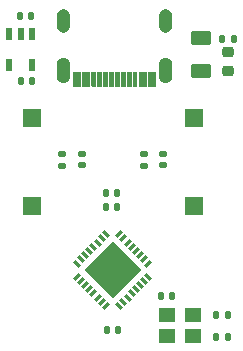
<source format=gtp>
%TF.GenerationSoftware,KiCad,Pcbnew,(6.0.7)*%
%TF.CreationDate,2022-09-30T18:15:50+08:00*%
%TF.ProjectId,UINIO-EVB-STM32L051K8,55494e49-4f2d-4455-9642-2d53544d3332,rev?*%
%TF.SameCoordinates,Original*%
%TF.FileFunction,Paste,Top*%
%TF.FilePolarity,Positive*%
%FSLAX46Y46*%
G04 Gerber Fmt 4.6, Leading zero omitted, Abs format (unit mm)*
G04 Created by KiCad (PCBNEW (6.0.7)) date 2022-09-30 18:15:50*
%MOMM*%
%LPD*%
G01*
G04 APERTURE LIST*
G04 Aperture macros list*
%AMRoundRect*
0 Rectangle with rounded corners*
0 $1 Rounding radius*
0 $2 $3 $4 $5 $6 $7 $8 $9 X,Y pos of 4 corners*
0 Add a 4 corners polygon primitive as box body*
4,1,4,$2,$3,$4,$5,$6,$7,$8,$9,$2,$3,0*
0 Add four circle primitives for the rounded corners*
1,1,$1+$1,$2,$3*
1,1,$1+$1,$4,$5*
1,1,$1+$1,$6,$7*
1,1,$1+$1,$8,$9*
0 Add four rect primitives between the rounded corners*
20,1,$1+$1,$2,$3,$4,$5,0*
20,1,$1+$1,$4,$5,$6,$7,0*
20,1,$1+$1,$6,$7,$8,$9,0*
20,1,$1+$1,$8,$9,$2,$3,0*%
%AMRotRect*
0 Rectangle, with rotation*
0 The origin of the aperture is its center*
0 $1 length*
0 $2 width*
0 $3 Rotation angle, in degrees counterclockwise*
0 Add horizontal line*
21,1,$1,$2,0,0,$3*%
G04 Aperture macros list end*
%ADD10C,0.120000*%
%ADD11RoundRect,0.135000X0.135000X0.185000X-0.135000X0.185000X-0.135000X-0.185000X0.135000X-0.185000X0*%
%ADD12RoundRect,0.140000X-0.170000X0.140000X-0.170000X-0.140000X0.170000X-0.140000X0.170000X0.140000X0*%
%ADD13RoundRect,0.250000X0.625000X-0.375000X0.625000X0.375000X-0.625000X0.375000X-0.625000X-0.375000X0*%
%ADD14RoundRect,0.140000X0.140000X0.170000X-0.140000X0.170000X-0.140000X-0.170000X0.140000X-0.170000X0*%
%ADD15RotRect,0.600000X0.300000X135.000000*%
%ADD16RotRect,0.600000X0.300000X225.000000*%
%ADD17RotRect,0.600000X0.300000X315.000000*%
%ADD18RotRect,0.600000X0.300000X45.000000*%
%ADD19RotRect,3.450000X3.450000X45.000000*%
%ADD20RoundRect,0.135000X-0.185000X0.135000X-0.185000X-0.135000X0.185000X-0.135000X0.185000X0.135000X0*%
%ADD21R,0.600000X1.150000*%
%ADD22R,0.300000X1.150000*%
%ADD23RoundRect,0.140000X0.170000X-0.140000X0.170000X0.140000X-0.170000X0.140000X-0.170000X-0.140000X0*%
%ADD24R,1.500000X1.500000*%
%ADD25RoundRect,0.218750X0.256250X-0.218750X0.256250X0.218750X-0.256250X0.218750X-0.256250X-0.218750X0*%
%ADD26RoundRect,0.140000X-0.140000X-0.170000X0.140000X-0.170000X0.140000X0.170000X-0.140000X0.170000X0*%
%ADD27R,1.400000X1.200000*%
%ADD28R,0.600000X1.000000*%
G04 APERTURE END LIST*
%TO.C,USB1*%
G36*
X153900000Y-103035000D02*
G01*
X153600000Y-103035000D01*
X153600000Y-101885000D01*
X153900000Y-101885000D01*
X153900000Y-103035000D01*
G37*
D10*
X153900000Y-103035000D02*
X153600000Y-103035000D01*
X153600000Y-101885000D01*
X153900000Y-101885000D01*
X153900000Y-103035000D01*
G36*
X150773000Y-100657000D02*
G01*
X150866000Y-100686000D01*
X150953000Y-100732000D01*
X151029000Y-100794000D01*
X151091000Y-100870000D01*
X151137000Y-100956000D01*
X151165000Y-101050000D01*
X151175000Y-101148000D01*
X151175000Y-102248000D01*
X151165000Y-102345000D01*
X151137000Y-102439000D01*
X151091000Y-102525000D01*
X151029000Y-102601000D01*
X150953000Y-102663000D01*
X150866000Y-102710000D01*
X150773000Y-102738000D01*
X150675000Y-102748000D01*
X150577000Y-102738000D01*
X150484000Y-102710000D01*
X150397000Y-102663000D01*
X150321000Y-102601000D01*
X150259000Y-102525000D01*
X150213000Y-102439000D01*
X150185000Y-102345000D01*
X150175000Y-102248000D01*
X150175000Y-101148000D01*
X150185000Y-101050000D01*
X150213000Y-100956000D01*
X150259000Y-100870000D01*
X150321000Y-100794000D01*
X150397000Y-100732000D01*
X150484000Y-100686000D01*
X150577000Y-100657000D01*
X150675000Y-100648000D01*
X150773000Y-100657000D01*
G37*
X150773000Y-100657000D02*
X150866000Y-100686000D01*
X150953000Y-100732000D01*
X151029000Y-100794000D01*
X151091000Y-100870000D01*
X151137000Y-100956000D01*
X151165000Y-101050000D01*
X151175000Y-101148000D01*
X151175000Y-102248000D01*
X151165000Y-102345000D01*
X151137000Y-102439000D01*
X151091000Y-102525000D01*
X151029000Y-102601000D01*
X150953000Y-102663000D01*
X150866000Y-102710000D01*
X150773000Y-102738000D01*
X150675000Y-102748000D01*
X150577000Y-102738000D01*
X150484000Y-102710000D01*
X150397000Y-102663000D01*
X150321000Y-102601000D01*
X150259000Y-102525000D01*
X150213000Y-102439000D01*
X150185000Y-102345000D01*
X150175000Y-102248000D01*
X150175000Y-101148000D01*
X150185000Y-101050000D01*
X150213000Y-100956000D01*
X150259000Y-100870000D01*
X150321000Y-100794000D01*
X150397000Y-100732000D01*
X150484000Y-100686000D01*
X150577000Y-100657000D01*
X150675000Y-100648000D01*
X150773000Y-100657000D01*
G36*
X152100000Y-103035000D02*
G01*
X151500000Y-103035000D01*
X151500000Y-101885000D01*
X152100000Y-101885000D01*
X152100000Y-103035000D01*
G37*
X152100000Y-103035000D02*
X151500000Y-103035000D01*
X151500000Y-101885000D01*
X152100000Y-101885000D01*
X152100000Y-103035000D01*
G36*
X159423000Y-96557000D02*
G01*
X159516000Y-96586000D01*
X159603000Y-96632000D01*
X159679000Y-96694000D01*
X159741000Y-96770000D01*
X159787000Y-96856000D01*
X159815000Y-96950000D01*
X159825000Y-97048000D01*
X159825000Y-97948000D01*
X159815000Y-98045000D01*
X159787000Y-98139000D01*
X159741000Y-98225000D01*
X159679000Y-98301000D01*
X159603000Y-98363000D01*
X159516000Y-98410000D01*
X159423000Y-98438000D01*
X159325000Y-98448000D01*
X159227000Y-98438000D01*
X159134000Y-98410000D01*
X159047000Y-98363000D01*
X158971000Y-98301000D01*
X158909000Y-98225000D01*
X158863000Y-98139000D01*
X158835000Y-98045000D01*
X158825000Y-97948000D01*
X158825000Y-97048000D01*
X158835000Y-96950000D01*
X158863000Y-96856000D01*
X158909000Y-96770000D01*
X158971000Y-96694000D01*
X159047000Y-96632000D01*
X159134000Y-96586000D01*
X159227000Y-96557000D01*
X159325000Y-96548000D01*
X159423000Y-96557000D01*
G37*
X159423000Y-96557000D02*
X159516000Y-96586000D01*
X159603000Y-96632000D01*
X159679000Y-96694000D01*
X159741000Y-96770000D01*
X159787000Y-96856000D01*
X159815000Y-96950000D01*
X159825000Y-97048000D01*
X159825000Y-97948000D01*
X159815000Y-98045000D01*
X159787000Y-98139000D01*
X159741000Y-98225000D01*
X159679000Y-98301000D01*
X159603000Y-98363000D01*
X159516000Y-98410000D01*
X159423000Y-98438000D01*
X159325000Y-98448000D01*
X159227000Y-98438000D01*
X159134000Y-98410000D01*
X159047000Y-98363000D01*
X158971000Y-98301000D01*
X158909000Y-98225000D01*
X158863000Y-98139000D01*
X158835000Y-98045000D01*
X158825000Y-97948000D01*
X158825000Y-97048000D01*
X158835000Y-96950000D01*
X158863000Y-96856000D01*
X158909000Y-96770000D01*
X158971000Y-96694000D01*
X159047000Y-96632000D01*
X159134000Y-96586000D01*
X159227000Y-96557000D01*
X159325000Y-96548000D01*
X159423000Y-96557000D01*
G36*
X152900000Y-103035000D02*
G01*
X152300000Y-103035000D01*
X152300000Y-101885000D01*
X152900000Y-101885000D01*
X152900000Y-103035000D01*
G37*
X152900000Y-103035000D02*
X152300000Y-103035000D01*
X152300000Y-101885000D01*
X152900000Y-101885000D01*
X152900000Y-103035000D01*
G36*
X158500000Y-103035000D02*
G01*
X157900000Y-103035000D01*
X157900000Y-101885000D01*
X158500000Y-101885000D01*
X158500000Y-103035000D01*
G37*
X158500000Y-103035000D02*
X157900000Y-103035000D01*
X157900000Y-101885000D01*
X158500000Y-101885000D01*
X158500000Y-103035000D01*
G36*
X150773000Y-96557000D02*
G01*
X150866000Y-96586000D01*
X150953000Y-96632000D01*
X151029000Y-96694000D01*
X151091000Y-96770000D01*
X151137000Y-96856000D01*
X151165000Y-96950000D01*
X151175000Y-97048000D01*
X151175000Y-97948000D01*
X151165000Y-98045000D01*
X151137000Y-98139000D01*
X151091000Y-98225000D01*
X151029000Y-98301000D01*
X150953000Y-98363000D01*
X150866000Y-98410000D01*
X150773000Y-98438000D01*
X150675000Y-98448000D01*
X150577000Y-98438000D01*
X150484000Y-98410000D01*
X150397000Y-98363000D01*
X150321000Y-98301000D01*
X150259000Y-98225000D01*
X150213000Y-98139000D01*
X150185000Y-98045000D01*
X150175000Y-97948000D01*
X150175000Y-97048000D01*
X150185000Y-96950000D01*
X150213000Y-96856000D01*
X150259000Y-96770000D01*
X150321000Y-96694000D01*
X150397000Y-96632000D01*
X150484000Y-96586000D01*
X150577000Y-96557000D01*
X150675000Y-96548000D01*
X150773000Y-96557000D01*
G37*
X150773000Y-96557000D02*
X150866000Y-96586000D01*
X150953000Y-96632000D01*
X151029000Y-96694000D01*
X151091000Y-96770000D01*
X151137000Y-96856000D01*
X151165000Y-96950000D01*
X151175000Y-97048000D01*
X151175000Y-97948000D01*
X151165000Y-98045000D01*
X151137000Y-98139000D01*
X151091000Y-98225000D01*
X151029000Y-98301000D01*
X150953000Y-98363000D01*
X150866000Y-98410000D01*
X150773000Y-98438000D01*
X150675000Y-98448000D01*
X150577000Y-98438000D01*
X150484000Y-98410000D01*
X150397000Y-98363000D01*
X150321000Y-98301000D01*
X150259000Y-98225000D01*
X150213000Y-98139000D01*
X150185000Y-98045000D01*
X150175000Y-97948000D01*
X150175000Y-97048000D01*
X150185000Y-96950000D01*
X150213000Y-96856000D01*
X150259000Y-96770000D01*
X150321000Y-96694000D01*
X150397000Y-96632000D01*
X150484000Y-96586000D01*
X150577000Y-96557000D01*
X150675000Y-96548000D01*
X150773000Y-96557000D01*
G36*
X156400000Y-103035000D02*
G01*
X156100000Y-103035000D01*
X156100000Y-101885000D01*
X156400000Y-101885000D01*
X156400000Y-103035000D01*
G37*
X156400000Y-103035000D02*
X156100000Y-103035000D01*
X156100000Y-101885000D01*
X156400000Y-101885000D01*
X156400000Y-103035000D01*
G36*
X153400000Y-103035000D02*
G01*
X153100000Y-103035000D01*
X153100000Y-101885000D01*
X153400000Y-101885000D01*
X153400000Y-103035000D01*
G37*
X153400000Y-103035000D02*
X153100000Y-103035000D01*
X153100000Y-101885000D01*
X153400000Y-101885000D01*
X153400000Y-103035000D01*
G36*
X155400000Y-103035000D02*
G01*
X155100000Y-103035000D01*
X155100000Y-101885000D01*
X155400000Y-101885000D01*
X155400000Y-103035000D01*
G37*
X155400000Y-103035000D02*
X155100000Y-103035000D01*
X155100000Y-101885000D01*
X155400000Y-101885000D01*
X155400000Y-103035000D01*
G36*
X154900000Y-103035000D02*
G01*
X154600000Y-103035000D01*
X154600000Y-101885000D01*
X154900000Y-101885000D01*
X154900000Y-103035000D01*
G37*
X154900000Y-103035000D02*
X154600000Y-103035000D01*
X154600000Y-101885000D01*
X154900000Y-101885000D01*
X154900000Y-103035000D01*
G36*
X156900000Y-103035000D02*
G01*
X156600000Y-103035000D01*
X156600000Y-101885000D01*
X156900000Y-101885000D01*
X156900000Y-103035000D01*
G37*
X156900000Y-103035000D02*
X156600000Y-103035000D01*
X156600000Y-101885000D01*
X156900000Y-101885000D01*
X156900000Y-103035000D01*
G36*
X157700000Y-103035000D02*
G01*
X157100000Y-103035000D01*
X157100000Y-101885000D01*
X157700000Y-101885000D01*
X157700000Y-103035000D01*
G37*
X157700000Y-103035000D02*
X157100000Y-103035000D01*
X157100000Y-101885000D01*
X157700000Y-101885000D01*
X157700000Y-103035000D01*
G36*
X154400000Y-103035000D02*
G01*
X154100000Y-103035000D01*
X154100000Y-101885000D01*
X154400000Y-101885000D01*
X154400000Y-103035000D01*
G37*
X154400000Y-103035000D02*
X154100000Y-103035000D01*
X154100000Y-101885000D01*
X154400000Y-101885000D01*
X154400000Y-103035000D01*
G36*
X159423000Y-100657000D02*
G01*
X159516000Y-100686000D01*
X159603000Y-100732000D01*
X159679000Y-100794000D01*
X159741000Y-100870000D01*
X159787000Y-100956000D01*
X159815000Y-101050000D01*
X159825000Y-101148000D01*
X159825000Y-102248000D01*
X159815000Y-102345000D01*
X159787000Y-102439000D01*
X159741000Y-102525000D01*
X159679000Y-102601000D01*
X159603000Y-102663000D01*
X159516000Y-102710000D01*
X159423000Y-102738000D01*
X159325000Y-102748000D01*
X159227000Y-102738000D01*
X159134000Y-102710000D01*
X159047000Y-102663000D01*
X158971000Y-102601000D01*
X158909000Y-102525000D01*
X158863000Y-102439000D01*
X158835000Y-102345000D01*
X158825000Y-102248000D01*
X158825000Y-101148000D01*
X158835000Y-101050000D01*
X158863000Y-100956000D01*
X158909000Y-100870000D01*
X158971000Y-100794000D01*
X159047000Y-100732000D01*
X159134000Y-100686000D01*
X159227000Y-100657000D01*
X159325000Y-100648000D01*
X159423000Y-100657000D01*
G37*
X159423000Y-100657000D02*
X159516000Y-100686000D01*
X159603000Y-100732000D01*
X159679000Y-100794000D01*
X159741000Y-100870000D01*
X159787000Y-100956000D01*
X159815000Y-101050000D01*
X159825000Y-101148000D01*
X159825000Y-102248000D01*
X159815000Y-102345000D01*
X159787000Y-102439000D01*
X159741000Y-102525000D01*
X159679000Y-102601000D01*
X159603000Y-102663000D01*
X159516000Y-102710000D01*
X159423000Y-102738000D01*
X159325000Y-102748000D01*
X159227000Y-102738000D01*
X159134000Y-102710000D01*
X159047000Y-102663000D01*
X158971000Y-102601000D01*
X158909000Y-102525000D01*
X158863000Y-102439000D01*
X158835000Y-102345000D01*
X158825000Y-102248000D01*
X158825000Y-101148000D01*
X158835000Y-101050000D01*
X158863000Y-100956000D01*
X158909000Y-100870000D01*
X158971000Y-100794000D01*
X159047000Y-100732000D01*
X159134000Y-100686000D01*
X159227000Y-100657000D01*
X159325000Y-100648000D01*
X159423000Y-100657000D01*
G36*
X155900000Y-103035000D02*
G01*
X155600000Y-103035000D01*
X155600000Y-101885000D01*
X155900000Y-101885000D01*
X155900000Y-103035000D01*
G37*
X155900000Y-103035000D02*
X155600000Y-103035000D01*
X155600000Y-101885000D01*
X155900000Y-101885000D01*
X155900000Y-103035000D01*
%TD*%
D11*
%TO.C,R3*%
X165140000Y-99030000D03*
X164120000Y-99030000D03*
%TD*%
D12*
%TO.C,C5*%
X152300000Y-108820000D03*
X152300000Y-109780000D03*
%TD*%
D13*
%TO.C,F1*%
X162380000Y-101820000D03*
X162380000Y-99020000D03*
%TD*%
D14*
%TO.C,C4*%
X155350000Y-123700000D03*
X154390000Y-123700000D03*
%TD*%
D15*
%TO.C,U3*%
X155438614Y-121673488D03*
X155792168Y-121319935D03*
X156145721Y-120966381D03*
X156499275Y-120612828D03*
X156852828Y-120259275D03*
X157206381Y-119905721D03*
X157559935Y-119552168D03*
X157913488Y-119198614D03*
D16*
X157913488Y-118081386D03*
X157559935Y-117727832D03*
X157206381Y-117374279D03*
X156852828Y-117020725D03*
X156499275Y-116667172D03*
X156145721Y-116313619D03*
X155792168Y-115960065D03*
X155438614Y-115606512D03*
D17*
X154321386Y-115606512D03*
X153967832Y-115960065D03*
X153614279Y-116313619D03*
X153260725Y-116667172D03*
X152907172Y-117020725D03*
X152553619Y-117374279D03*
X152200065Y-117727832D03*
X151846512Y-118081386D03*
D18*
X151846512Y-119198614D03*
X152200065Y-119552168D03*
X152553619Y-119905721D03*
X152907172Y-120259275D03*
X153260725Y-120612828D03*
X153614279Y-120966381D03*
X153967832Y-121319935D03*
X154321386Y-121673488D03*
D19*
X154880000Y-118640000D03*
%TD*%
D20*
%TO.C,R1*%
X150600000Y-108790000D03*
X150600000Y-109810000D03*
%TD*%
D14*
%TO.C,C8*%
X155280000Y-112110000D03*
X154320000Y-112110000D03*
%TD*%
%TO.C,C7*%
X159950000Y-120870000D03*
X158990000Y-120870000D03*
%TD*%
D21*
%TO.C,USB1*%
X158200000Y-102460000D03*
X157400000Y-102460000D03*
D22*
X156250000Y-102460000D03*
X155250000Y-102460000D03*
X154750000Y-102460000D03*
X153750000Y-102460000D03*
D21*
X151800000Y-102460000D03*
X152600000Y-102460000D03*
D22*
X153250000Y-102460000D03*
X154250000Y-102460000D03*
X155750000Y-102460000D03*
X156750000Y-102460000D03*
%TD*%
D23*
%TO.C,C9*%
X159180000Y-109760000D03*
X159180000Y-108800000D03*
%TD*%
D24*
%TO.C,SW2*%
X161780000Y-105780000D03*
X161780000Y-113180000D03*
%TD*%
D20*
%TO.C,R2*%
X157500000Y-108790000D03*
X157500000Y-109810000D03*
%TD*%
D25*
%TO.C,D1*%
X164640000Y-101787500D03*
X164640000Y-100212500D03*
%TD*%
D26*
%TO.C,C2*%
X147094000Y-102643000D03*
X148054000Y-102643000D03*
%TD*%
D14*
%TO.C,C6*%
X155280000Y-113320000D03*
X154320000Y-113320000D03*
%TD*%
%TO.C,C11*%
X164640000Y-122450000D03*
X163680000Y-122450000D03*
%TD*%
D27*
%TO.C,Y1*%
X161700000Y-122480000D03*
X159500000Y-122480000D03*
X159500000Y-124180000D03*
X161700000Y-124180000D03*
%TD*%
D14*
%TO.C,C10*%
X164640000Y-124270000D03*
X163680000Y-124270000D03*
%TD*%
D26*
%TO.C,C1*%
X147980000Y-97155000D03*
X147020000Y-97155000D03*
%TD*%
D24*
%TO.C,SW1*%
X148100000Y-105800000D03*
X148100000Y-113200000D03*
%TD*%
D28*
%TO.C,U1*%
X148040000Y-98649000D03*
X147090000Y-98649000D03*
X146140000Y-98649000D03*
X146140000Y-101249000D03*
X148040000Y-101249000D03*
%TD*%
M02*

</source>
